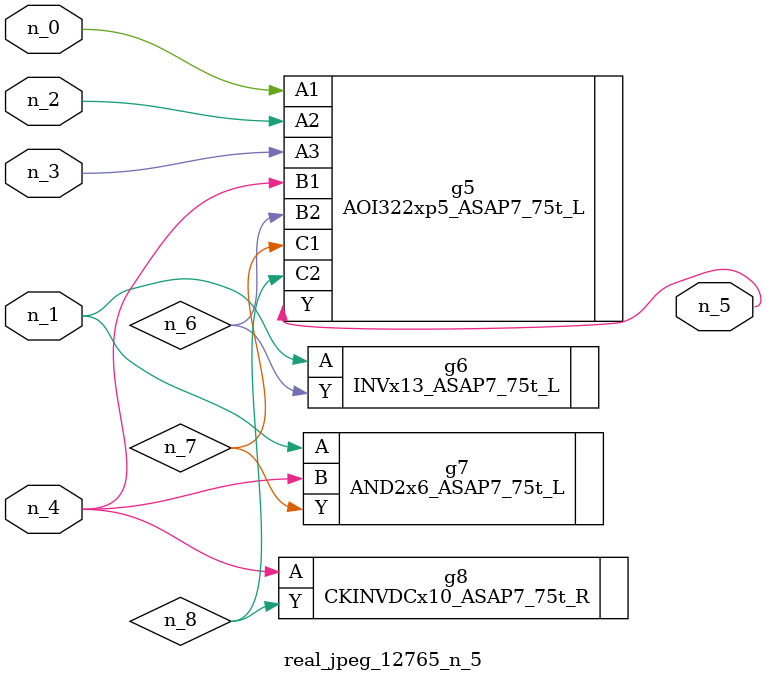
<source format=v>
module real_jpeg_12765_n_5 (n_4, n_0, n_1, n_2, n_3, n_5);

input n_4;
input n_0;
input n_1;
input n_2;
input n_3;

output n_5;

wire n_8;
wire n_6;
wire n_7;

AOI322xp5_ASAP7_75t_L g5 ( 
.A1(n_0),
.A2(n_2),
.A3(n_3),
.B1(n_4),
.B2(n_6),
.C1(n_7),
.C2(n_8),
.Y(n_5)
);

INVx13_ASAP7_75t_L g6 ( 
.A(n_1),
.Y(n_6)
);

AND2x6_ASAP7_75t_L g7 ( 
.A(n_1),
.B(n_4),
.Y(n_7)
);

CKINVDCx10_ASAP7_75t_R g8 ( 
.A(n_4),
.Y(n_8)
);


endmodule
</source>
